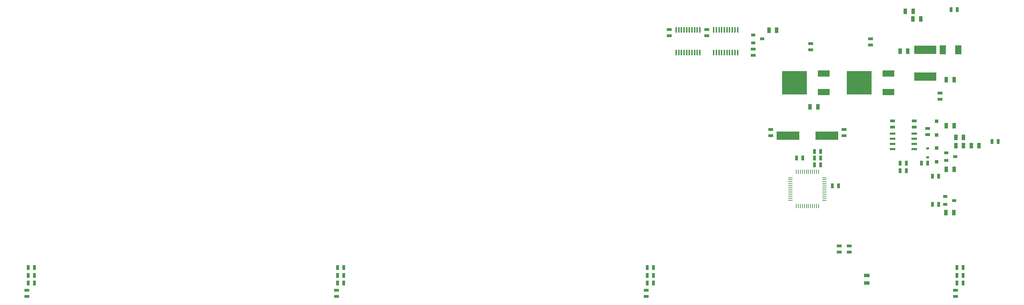
<source format=gtp>
G04 (created by PCBNEW (2013-07-07 BZR 4022)-stable) date 23/04/2014 17:50:20*
%MOIN*%
G04 Gerber Fmt 3.4, Leading zero omitted, Abs format*
%FSLAX34Y34*%
G01*
G70*
G90*
G04 APERTURE LIST*
%ADD10C,0.006*%
%ADD11R,0.025X0.045*%
%ADD12R,0.045X0.025*%
%ADD13R,0.035X0.055*%
%ADD14R,0.0551X0.0236*%
%ADD15R,0.0394X0.0315*%
%ADD16R,0.0106X0.0394*%
%ADD17R,0.0394X0.0106*%
%ADD18R,0.0165X0.0579*%
%ADD19R,0.212598X0.0787402*%
%ADD20R,0.22X0.083*%
%ADD21R,0.244X0.228*%
%ADD22R,0.118X0.063*%
%ADD23R,0.063X0.0866*%
%ADD24R,0.055X0.035*%
%ADD25R,0.0335X0.0335*%
%ADD26R,0.027X0.024*%
G04 APERTURE END LIST*
G54D10*
G54D11*
X89940Y-15295D03*
X89340Y-15295D03*
X87890Y-15295D03*
X87290Y-15295D03*
G54D12*
X86540Y-11215D03*
X86540Y-11815D03*
G54D11*
X87890Y-16020D03*
X87290Y-16020D03*
G54D12*
X88645Y-11815D03*
X88645Y-11215D03*
X89940Y-11945D03*
X89940Y-12545D03*
G54D11*
X90416Y-19318D03*
X91016Y-19318D03*
X90420Y-16560D03*
X91020Y-16560D03*
X96185Y-13205D03*
X96785Y-13205D03*
G54D13*
X91758Y-7192D03*
X92508Y-7192D03*
X91719Y-20105D03*
X92469Y-20105D03*
X91758Y-15892D03*
X92508Y-15892D03*
X94915Y-13595D03*
X94165Y-13595D03*
X93415Y-13595D03*
X92665Y-13595D03*
X93415Y-12795D03*
X92665Y-12795D03*
X91758Y-11680D03*
X92508Y-11680D03*
G54D14*
X88640Y-12445D03*
X86540Y-12445D03*
X88640Y-12945D03*
X88640Y-13445D03*
X88640Y-13945D03*
X86540Y-12945D03*
X86540Y-13445D03*
X86540Y-13945D03*
G54D15*
X92605Y-14672D03*
X91739Y-15047D03*
X91739Y-14297D03*
X92527Y-18924D03*
X91661Y-19299D03*
X91661Y-18549D03*
G54D16*
X77212Y-19459D03*
X79378Y-16151D03*
X79181Y-16151D03*
X78984Y-16151D03*
X78787Y-16151D03*
X78590Y-16151D03*
X78393Y-16151D03*
X78197Y-16151D03*
X78000Y-16151D03*
X77803Y-16151D03*
X77606Y-16151D03*
X77409Y-16151D03*
X77212Y-16151D03*
G54D17*
X76641Y-16722D03*
X76641Y-16919D03*
X76641Y-17116D03*
X76641Y-17308D03*
X76641Y-17510D03*
X76641Y-17707D03*
X76641Y-17903D03*
X76641Y-18100D03*
X76641Y-18297D03*
X76641Y-18494D03*
X76641Y-18691D03*
X76641Y-18888D03*
G54D16*
X77409Y-19459D03*
X77606Y-19459D03*
X77803Y-19459D03*
X78000Y-19459D03*
X78197Y-19459D03*
X78393Y-19459D03*
X78590Y-19459D03*
X78787Y-19459D03*
X78984Y-19459D03*
X79181Y-19459D03*
X79378Y-19459D03*
G54D17*
X79949Y-18888D03*
X79949Y-18691D03*
X79949Y-18494D03*
X79949Y-18297D03*
X79949Y-18100D03*
X79949Y-17903D03*
X79949Y-17707D03*
X79949Y-17510D03*
X79949Y-17313D03*
X79949Y-17116D03*
X79949Y-16919D03*
X79949Y-16722D03*
G54D18*
X70251Y-4572D03*
X70507Y-4572D03*
X70763Y-4572D03*
X71019Y-4572D03*
X69487Y-2370D03*
X69483Y-4572D03*
X69739Y-4572D03*
X69995Y-4572D03*
X71275Y-2368D03*
X71019Y-2368D03*
X70763Y-2368D03*
X70507Y-2368D03*
X70251Y-2368D03*
X69995Y-2368D03*
X71275Y-4572D03*
X69739Y-2370D03*
X69227Y-4572D03*
X71531Y-4572D03*
X71531Y-2368D03*
X69227Y-2368D03*
X66601Y-4572D03*
X66857Y-4572D03*
X67113Y-4572D03*
X67369Y-4572D03*
X65837Y-2370D03*
X65833Y-4572D03*
X66089Y-4572D03*
X66345Y-4572D03*
X67625Y-2368D03*
X67369Y-2368D03*
X67113Y-2368D03*
X66857Y-2368D03*
X66601Y-2368D03*
X66345Y-2368D03*
X67625Y-4572D03*
X66089Y-2370D03*
X65577Y-4572D03*
X67881Y-4572D03*
X67881Y-2368D03*
X65577Y-2368D03*
G54D19*
X89700Y-4300D03*
X89700Y-6899D03*
G54D13*
X78550Y-9850D03*
X79300Y-9850D03*
X74575Y-2400D03*
X75325Y-2400D03*
G54D11*
X92790Y-25450D03*
X93390Y-25450D03*
X33390Y-26200D03*
X32790Y-26200D03*
X33390Y-26950D03*
X32790Y-26950D03*
X63390Y-25450D03*
X62790Y-25450D03*
X63390Y-26200D03*
X62790Y-26200D03*
X63390Y-26950D03*
X62790Y-26950D03*
X92790Y-26950D03*
X93390Y-26950D03*
X92790Y-26200D03*
X93390Y-26200D03*
G54D12*
X92657Y-27640D03*
X92657Y-28240D03*
G54D11*
X33390Y-25450D03*
X32790Y-25450D03*
X3400Y-26950D03*
X2800Y-26950D03*
X3400Y-26200D03*
X2800Y-26200D03*
X3400Y-25450D03*
X2800Y-25450D03*
G54D12*
X91150Y-8500D03*
X91150Y-9100D03*
G54D11*
X79570Y-14155D03*
X78970Y-14155D03*
G54D12*
X64900Y-2950D03*
X64900Y-2350D03*
X68550Y-2950D03*
X68550Y-2350D03*
G54D11*
X92200Y-400D03*
X92800Y-400D03*
G54D12*
X73040Y-4845D03*
X73040Y-4245D03*
X62667Y-27640D03*
X62667Y-28240D03*
G54D11*
X80715Y-17510D03*
X81315Y-17510D03*
X77845Y-14810D03*
X77245Y-14810D03*
G54D12*
X81840Y-12030D03*
X81840Y-12630D03*
X74745Y-12030D03*
X74745Y-12630D03*
G54D11*
X79575Y-15455D03*
X78975Y-15455D03*
X78975Y-14805D03*
X79575Y-14805D03*
G54D12*
X78600Y-4300D03*
X78600Y-3700D03*
X32667Y-27640D03*
X32667Y-28240D03*
X2667Y-27640D03*
X2667Y-28240D03*
X84420Y-3850D03*
X84420Y-3250D03*
G54D20*
X76425Y-12630D03*
X80165Y-12630D03*
G54D21*
X77050Y-7500D03*
G54D22*
X79880Y-8400D03*
X79880Y-6600D03*
G54D21*
X83320Y-7500D03*
G54D22*
X86150Y-8400D03*
X86150Y-6600D03*
G54D23*
X92898Y-4300D03*
X91402Y-4300D03*
G54D13*
X87275Y-4440D03*
X88025Y-4440D03*
G54D24*
X84040Y-26940D03*
X84040Y-26190D03*
G54D12*
X81370Y-23330D03*
X81370Y-23930D03*
X82360Y-23330D03*
X82360Y-23930D03*
G54D15*
X73898Y-3245D03*
X73032Y-3620D03*
X73032Y-2870D03*
G54D25*
X90815Y-12554D03*
X90815Y-11236D03*
X90815Y-13836D03*
X90815Y-15154D03*
G54D26*
X89940Y-13855D03*
X89940Y-14735D03*
G54D13*
X87782Y-558D03*
X88532Y-558D03*
X88530Y-1306D03*
X89280Y-1306D03*
M02*

</source>
